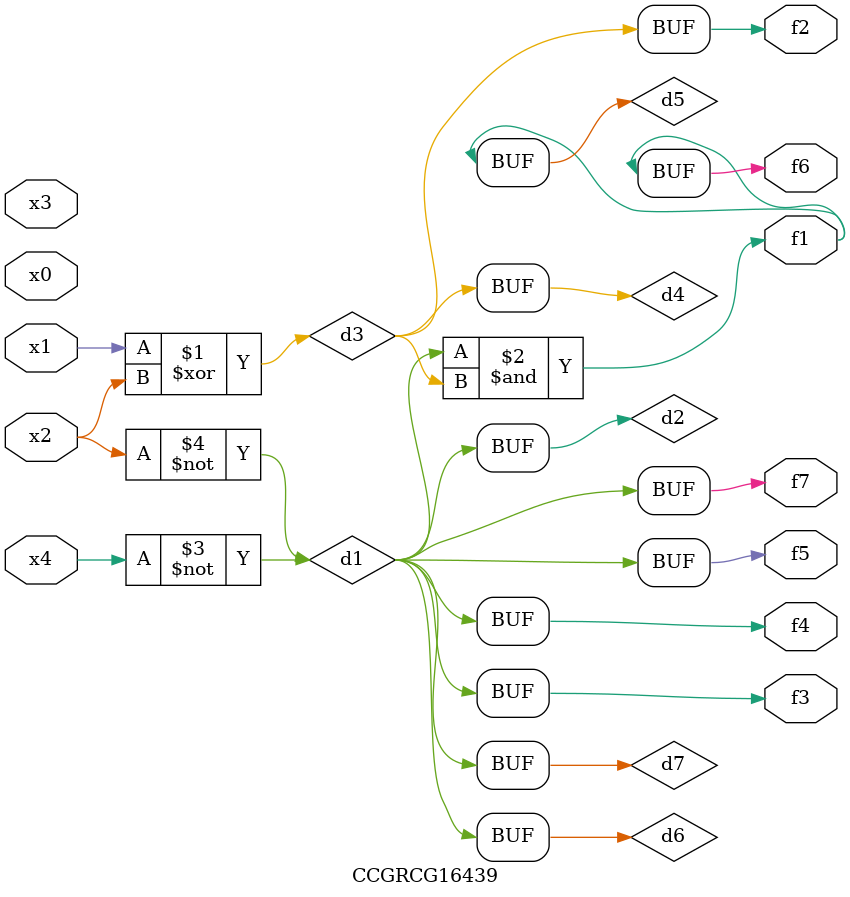
<source format=v>
module CCGRCG16439(
	input x0, x1, x2, x3, x4,
	output f1, f2, f3, f4, f5, f6, f7
);

	wire d1, d2, d3, d4, d5, d6, d7;

	not (d1, x4);
	not (d2, x2);
	xor (d3, x1, x2);
	buf (d4, d3);
	and (d5, d1, d3);
	buf (d6, d1, d2);
	buf (d7, d2);
	assign f1 = d5;
	assign f2 = d4;
	assign f3 = d7;
	assign f4 = d7;
	assign f5 = d7;
	assign f6 = d5;
	assign f7 = d7;
endmodule

</source>
